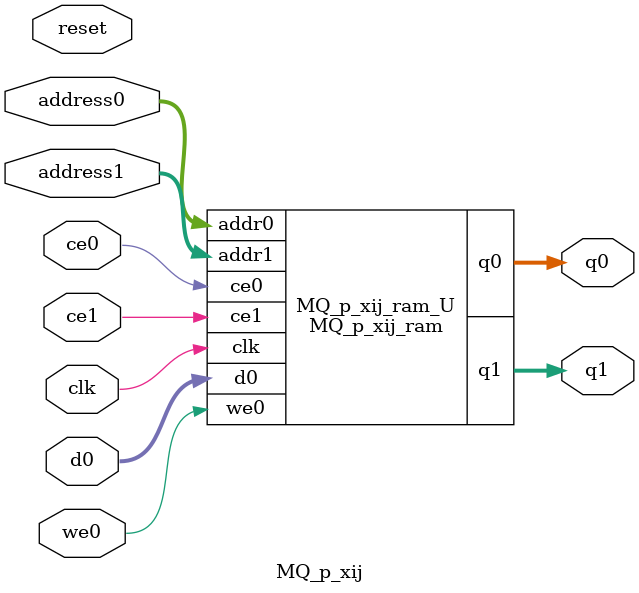
<source format=v>
`timescale 1 ns / 1 ps
module MQ_p_xij_ram (addr0, ce0, d0, we0, q0, addr1, ce1, q1,  clk);

parameter DWIDTH = 6;
parameter AWIDTH = 11;
parameter MEM_SIZE = 1176;

input[AWIDTH-1:0] addr0;
input ce0;
input[DWIDTH-1:0] d0;
input we0;
output reg[DWIDTH-1:0] q0;
input[AWIDTH-1:0] addr1;
input ce1;
output reg[DWIDTH-1:0] q1;
input clk;

(* ram_style = "block" *)reg [DWIDTH-1:0] ram[0:MEM_SIZE-1];




always @(posedge clk)  
begin 
    if (ce0) begin
        if (we0) 
            ram[addr0] <= d0; 
        q0 <= ram[addr0];
    end
end


always @(posedge clk)  
begin 
    if (ce1) begin
        q1 <= ram[addr1];
    end
end


endmodule

`timescale 1 ns / 1 ps
module MQ_p_xij(
    reset,
    clk,
    address0,
    ce0,
    we0,
    d0,
    q0,
    address1,
    ce1,
    q1);

parameter DataWidth = 32'd6;
parameter AddressRange = 32'd1176;
parameter AddressWidth = 32'd11;
input reset;
input clk;
input[AddressWidth - 1:0] address0;
input ce0;
input we0;
input[DataWidth - 1:0] d0;
output[DataWidth - 1:0] q0;
input[AddressWidth - 1:0] address1;
input ce1;
output[DataWidth - 1:0] q1;



MQ_p_xij_ram MQ_p_xij_ram_U(
    .clk( clk ),
    .addr0( address0 ),
    .ce0( ce0 ),
    .we0( we0 ),
    .d0( d0 ),
    .q0( q0 ),
    .addr1( address1 ),
    .ce1( ce1 ),
    .q1( q1 ));

endmodule


</source>
